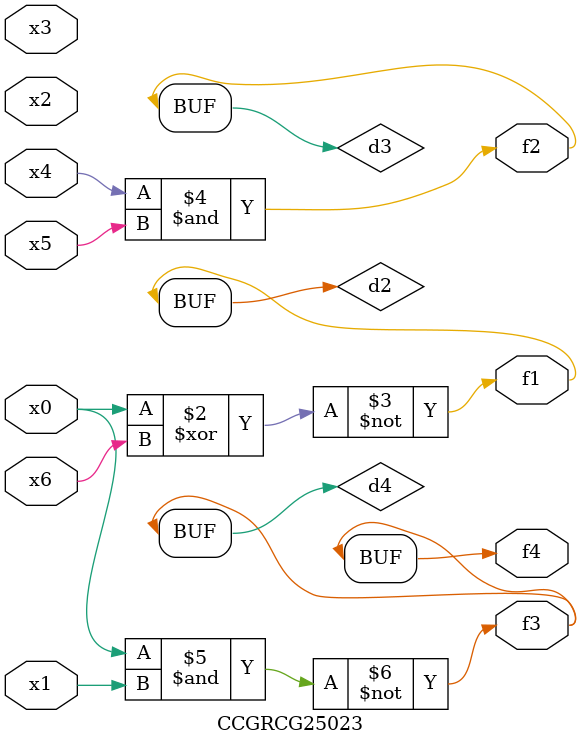
<source format=v>
module CCGRCG25023(
	input x0, x1, x2, x3, x4, x5, x6,
	output f1, f2, f3, f4
);

	wire d1, d2, d3, d4;

	nor (d1, x0);
	xnor (d2, x0, x6);
	and (d3, x4, x5);
	nand (d4, x0, x1);
	assign f1 = d2;
	assign f2 = d3;
	assign f3 = d4;
	assign f4 = d4;
endmodule

</source>
